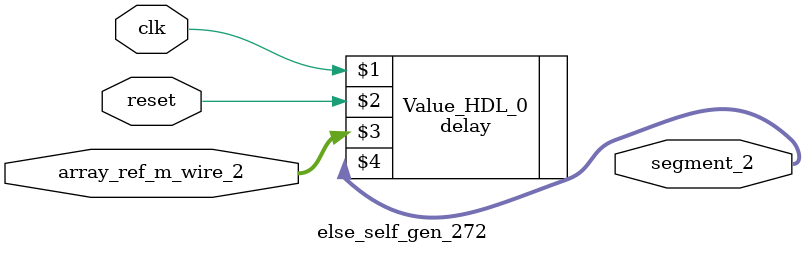
<source format=v>
module else_self_gen_272( input clk, input reset, input [31:0]array_ref_m_wire_2, output [31:0]segment_2); 
	wire [31:0]segment_2;
	//Proceed with segment_2 = array_ref_m_wire_2
	delay Value_HDL_0 ( clk, reset, array_ref_m_wire_2, segment_2);
endmodule
</source>
